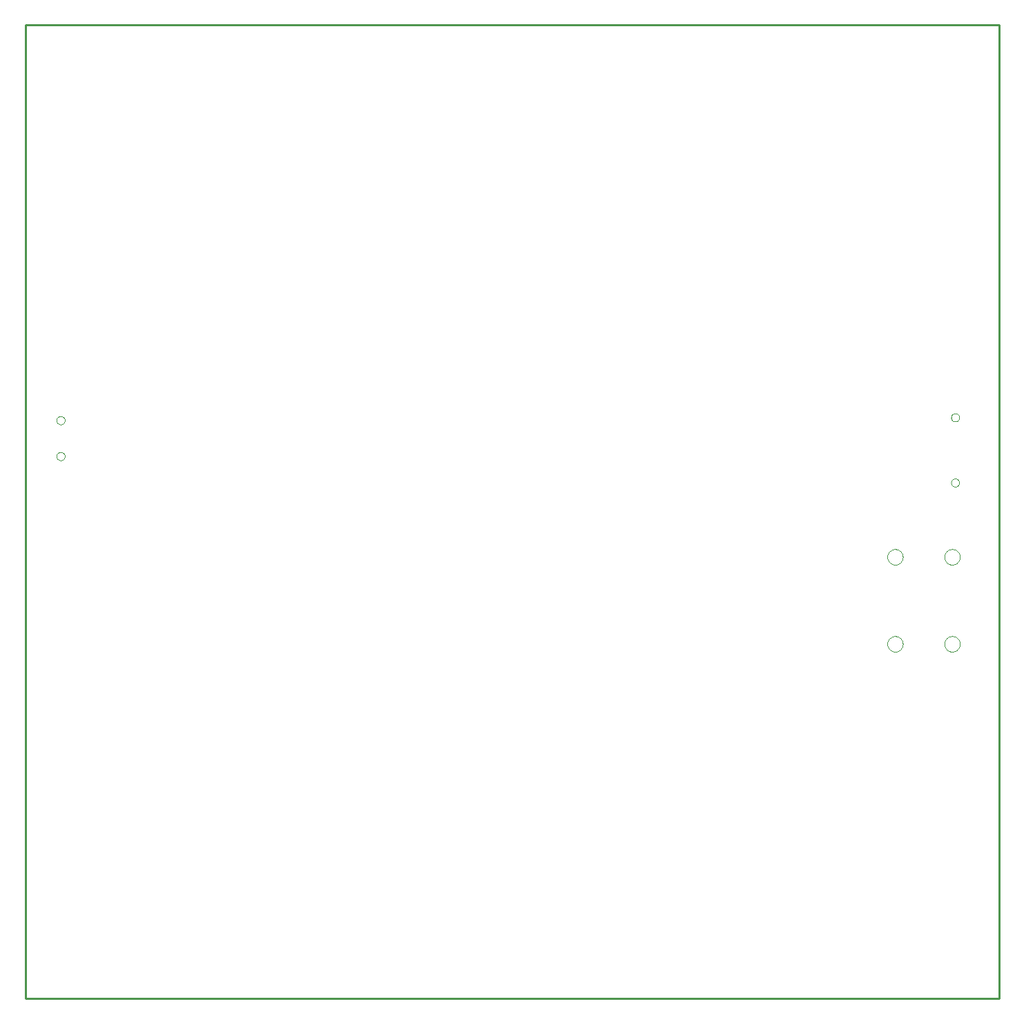
<source format=gbr>
G75*
G70*
%OFA0B0*%
%FSLAX24Y24*%
%IPPOS*%
%LPD*%
%AMOC8*
5,1,8,0,0,1.08239X$1,22.5*
%
%ADD10C,0.0000*%
%ADD11C,0.0100*%
D10*
X014323Y030870D02*
X014325Y030898D01*
X014331Y030926D01*
X014341Y030952D01*
X014354Y030977D01*
X014371Y030999D01*
X014391Y031019D01*
X014413Y031036D01*
X014438Y031049D01*
X014464Y031059D01*
X014492Y031065D01*
X014520Y031067D01*
X014548Y031065D01*
X014576Y031059D01*
X014602Y031049D01*
X014627Y031036D01*
X014649Y031019D01*
X014669Y030999D01*
X014686Y030977D01*
X014699Y030952D01*
X014709Y030926D01*
X014715Y030898D01*
X014717Y030870D01*
X014715Y030842D01*
X014709Y030814D01*
X014699Y030788D01*
X014686Y030763D01*
X014669Y030741D01*
X014649Y030721D01*
X014627Y030704D01*
X014602Y030691D01*
X014576Y030681D01*
X014548Y030675D01*
X014520Y030673D01*
X014492Y030675D01*
X014464Y030681D01*
X014438Y030691D01*
X014413Y030704D01*
X014391Y030721D01*
X014371Y030741D01*
X014354Y030763D01*
X014341Y030788D01*
X014331Y030814D01*
X014325Y030842D01*
X014323Y030870D01*
X014323Y032603D02*
X014325Y032631D01*
X014331Y032659D01*
X014341Y032685D01*
X014354Y032710D01*
X014371Y032732D01*
X014391Y032752D01*
X014413Y032769D01*
X014438Y032782D01*
X014464Y032792D01*
X014492Y032798D01*
X014520Y032800D01*
X014548Y032798D01*
X014576Y032792D01*
X014602Y032782D01*
X014627Y032769D01*
X014649Y032752D01*
X014669Y032732D01*
X014686Y032710D01*
X014699Y032685D01*
X014709Y032659D01*
X014715Y032631D01*
X014717Y032603D01*
X014715Y032575D01*
X014709Y032547D01*
X014699Y032521D01*
X014686Y032496D01*
X014669Y032474D01*
X014649Y032454D01*
X014627Y032437D01*
X014602Y032424D01*
X014576Y032414D01*
X014548Y032408D01*
X014520Y032406D01*
X014492Y032408D01*
X014464Y032414D01*
X014438Y032424D01*
X014413Y032437D01*
X014391Y032454D01*
X014371Y032474D01*
X014354Y032496D01*
X014341Y032521D01*
X014331Y032547D01*
X014325Y032575D01*
X014323Y032603D01*
X054428Y026006D02*
X054430Y026045D01*
X054436Y026084D01*
X054446Y026122D01*
X054460Y026158D01*
X054478Y026193D01*
X054499Y026226D01*
X054524Y026256D01*
X054552Y026284D01*
X054582Y026309D01*
X054615Y026330D01*
X054650Y026348D01*
X054686Y026362D01*
X054724Y026372D01*
X054763Y026378D01*
X054802Y026380D01*
X054841Y026378D01*
X054880Y026372D01*
X054918Y026362D01*
X054954Y026348D01*
X054989Y026330D01*
X055022Y026309D01*
X055052Y026284D01*
X055080Y026256D01*
X055105Y026226D01*
X055126Y026193D01*
X055144Y026158D01*
X055158Y026122D01*
X055168Y026084D01*
X055174Y026045D01*
X055176Y026006D01*
X055174Y025967D01*
X055168Y025928D01*
X055158Y025890D01*
X055144Y025854D01*
X055126Y025819D01*
X055105Y025786D01*
X055080Y025756D01*
X055052Y025728D01*
X055022Y025703D01*
X054989Y025682D01*
X054954Y025664D01*
X054918Y025650D01*
X054880Y025640D01*
X054841Y025634D01*
X054802Y025632D01*
X054763Y025634D01*
X054724Y025640D01*
X054686Y025650D01*
X054650Y025664D01*
X054615Y025682D01*
X054582Y025703D01*
X054552Y025728D01*
X054524Y025756D01*
X054499Y025786D01*
X054478Y025819D01*
X054460Y025854D01*
X054446Y025890D01*
X054436Y025928D01*
X054430Y025967D01*
X054428Y026006D01*
X057184Y026006D02*
X057186Y026045D01*
X057192Y026084D01*
X057202Y026122D01*
X057216Y026158D01*
X057234Y026193D01*
X057255Y026226D01*
X057280Y026256D01*
X057308Y026284D01*
X057338Y026309D01*
X057371Y026330D01*
X057406Y026348D01*
X057442Y026362D01*
X057480Y026372D01*
X057519Y026378D01*
X057558Y026380D01*
X057597Y026378D01*
X057636Y026372D01*
X057674Y026362D01*
X057710Y026348D01*
X057745Y026330D01*
X057778Y026309D01*
X057808Y026284D01*
X057836Y026256D01*
X057861Y026226D01*
X057882Y026193D01*
X057900Y026158D01*
X057914Y026122D01*
X057924Y026084D01*
X057930Y026045D01*
X057932Y026006D01*
X057930Y025967D01*
X057924Y025928D01*
X057914Y025890D01*
X057900Y025854D01*
X057882Y025819D01*
X057861Y025786D01*
X057836Y025756D01*
X057808Y025728D01*
X057778Y025703D01*
X057745Y025682D01*
X057710Y025664D01*
X057674Y025650D01*
X057636Y025640D01*
X057597Y025634D01*
X057558Y025632D01*
X057519Y025634D01*
X057480Y025640D01*
X057442Y025650D01*
X057406Y025664D01*
X057371Y025682D01*
X057338Y025703D01*
X057308Y025728D01*
X057280Y025756D01*
X057255Y025786D01*
X057234Y025819D01*
X057216Y025854D01*
X057202Y025890D01*
X057192Y025928D01*
X057186Y025967D01*
X057184Y026006D01*
X057507Y029592D02*
X057509Y029620D01*
X057515Y029648D01*
X057525Y029674D01*
X057538Y029699D01*
X057555Y029721D01*
X057575Y029741D01*
X057597Y029758D01*
X057622Y029771D01*
X057648Y029781D01*
X057676Y029787D01*
X057704Y029789D01*
X057732Y029787D01*
X057760Y029781D01*
X057786Y029771D01*
X057811Y029758D01*
X057833Y029741D01*
X057853Y029721D01*
X057870Y029699D01*
X057883Y029674D01*
X057893Y029648D01*
X057899Y029620D01*
X057901Y029592D01*
X057899Y029564D01*
X057893Y029536D01*
X057883Y029510D01*
X057870Y029485D01*
X057853Y029463D01*
X057833Y029443D01*
X057811Y029426D01*
X057786Y029413D01*
X057760Y029403D01*
X057732Y029397D01*
X057704Y029395D01*
X057676Y029397D01*
X057648Y029403D01*
X057622Y029413D01*
X057597Y029426D01*
X057575Y029443D01*
X057555Y029463D01*
X057538Y029485D01*
X057525Y029510D01*
X057515Y029536D01*
X057509Y029564D01*
X057507Y029592D01*
X057507Y032741D02*
X057509Y032769D01*
X057515Y032797D01*
X057525Y032823D01*
X057538Y032848D01*
X057555Y032870D01*
X057575Y032890D01*
X057597Y032907D01*
X057622Y032920D01*
X057648Y032930D01*
X057676Y032936D01*
X057704Y032938D01*
X057732Y032936D01*
X057760Y032930D01*
X057786Y032920D01*
X057811Y032907D01*
X057833Y032890D01*
X057853Y032870D01*
X057870Y032848D01*
X057883Y032823D01*
X057893Y032797D01*
X057899Y032769D01*
X057901Y032741D01*
X057899Y032713D01*
X057893Y032685D01*
X057883Y032659D01*
X057870Y032634D01*
X057853Y032612D01*
X057833Y032592D01*
X057811Y032575D01*
X057786Y032562D01*
X057760Y032552D01*
X057732Y032546D01*
X057704Y032544D01*
X057676Y032546D01*
X057648Y032552D01*
X057622Y032562D01*
X057597Y032575D01*
X057575Y032592D01*
X057555Y032612D01*
X057538Y032634D01*
X057525Y032659D01*
X057515Y032685D01*
X057509Y032713D01*
X057507Y032741D01*
X057184Y021806D02*
X057186Y021845D01*
X057192Y021884D01*
X057202Y021922D01*
X057216Y021958D01*
X057234Y021993D01*
X057255Y022026D01*
X057280Y022056D01*
X057308Y022084D01*
X057338Y022109D01*
X057371Y022130D01*
X057406Y022148D01*
X057442Y022162D01*
X057480Y022172D01*
X057519Y022178D01*
X057558Y022180D01*
X057597Y022178D01*
X057636Y022172D01*
X057674Y022162D01*
X057710Y022148D01*
X057745Y022130D01*
X057778Y022109D01*
X057808Y022084D01*
X057836Y022056D01*
X057861Y022026D01*
X057882Y021993D01*
X057900Y021958D01*
X057914Y021922D01*
X057924Y021884D01*
X057930Y021845D01*
X057932Y021806D01*
X057930Y021767D01*
X057924Y021728D01*
X057914Y021690D01*
X057900Y021654D01*
X057882Y021619D01*
X057861Y021586D01*
X057836Y021556D01*
X057808Y021528D01*
X057778Y021503D01*
X057745Y021482D01*
X057710Y021464D01*
X057674Y021450D01*
X057636Y021440D01*
X057597Y021434D01*
X057558Y021432D01*
X057519Y021434D01*
X057480Y021440D01*
X057442Y021450D01*
X057406Y021464D01*
X057371Y021482D01*
X057338Y021503D01*
X057308Y021528D01*
X057280Y021556D01*
X057255Y021586D01*
X057234Y021619D01*
X057216Y021654D01*
X057202Y021690D01*
X057192Y021728D01*
X057186Y021767D01*
X057184Y021806D01*
X054428Y021806D02*
X054430Y021845D01*
X054436Y021884D01*
X054446Y021922D01*
X054460Y021958D01*
X054478Y021993D01*
X054499Y022026D01*
X054524Y022056D01*
X054552Y022084D01*
X054582Y022109D01*
X054615Y022130D01*
X054650Y022148D01*
X054686Y022162D01*
X054724Y022172D01*
X054763Y022178D01*
X054802Y022180D01*
X054841Y022178D01*
X054880Y022172D01*
X054918Y022162D01*
X054954Y022148D01*
X054989Y022130D01*
X055022Y022109D01*
X055052Y022084D01*
X055080Y022056D01*
X055105Y022026D01*
X055126Y021993D01*
X055144Y021958D01*
X055158Y021922D01*
X055168Y021884D01*
X055174Y021845D01*
X055176Y021806D01*
X055174Y021767D01*
X055168Y021728D01*
X055158Y021690D01*
X055144Y021654D01*
X055126Y021619D01*
X055105Y021586D01*
X055080Y021556D01*
X055052Y021528D01*
X055022Y021503D01*
X054989Y021482D01*
X054954Y021464D01*
X054918Y021450D01*
X054880Y021440D01*
X054841Y021434D01*
X054802Y021432D01*
X054763Y021434D01*
X054724Y021440D01*
X054686Y021450D01*
X054650Y021464D01*
X054615Y021482D01*
X054582Y021503D01*
X054552Y021528D01*
X054524Y021556D01*
X054499Y021586D01*
X054478Y021619D01*
X054460Y021654D01*
X054446Y021690D01*
X054436Y021728D01*
X054430Y021767D01*
X054428Y021806D01*
D11*
X059820Y004687D02*
X012820Y004687D01*
X012820Y051687D01*
X059820Y051687D01*
X059820Y004687D01*
M02*

</source>
